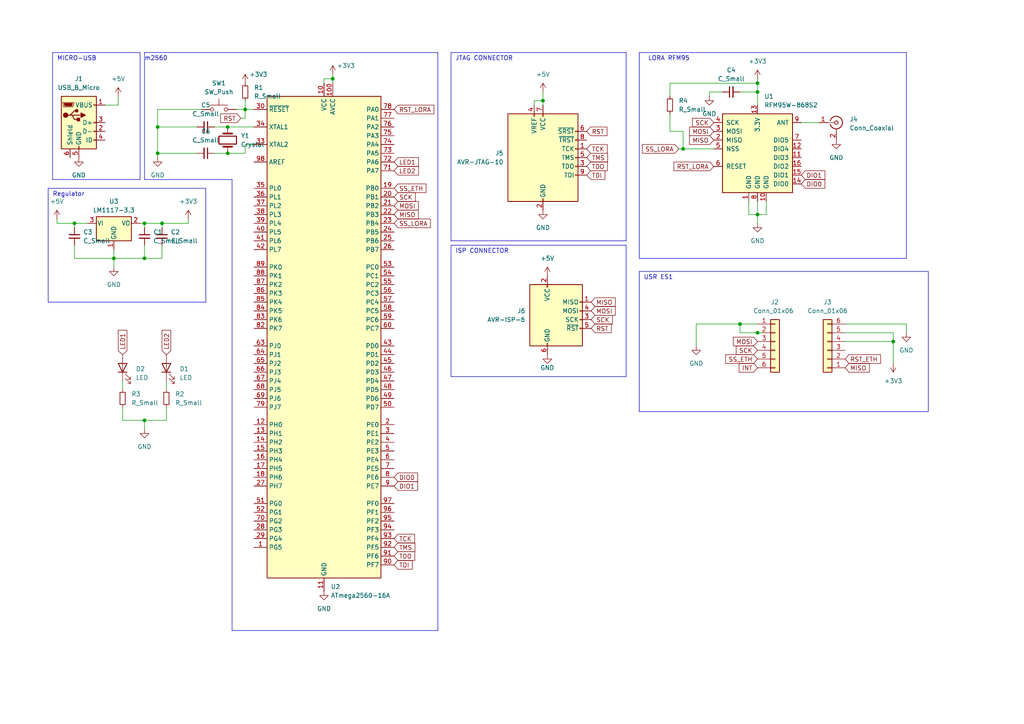
<source format=kicad_sch>
(kicad_sch (version 20230121) (generator eeschema)
  (paper "A4")
  (lib_symbols
    (symbol "Connector:AVR-ISP-6" (pin_names (offset 1.016))
      (property "Reference" "J" (at -6.35 11.43 0))
      (property "Value" "AVR-ISP-6" (at 0 11.43 0))
      (symbol "AVR-ISP-6_0_1"
        (rectangle (start -2.667 -6.858) (end -2.413 -7.62))
        (rectangle (start -2.667 10.16) (end -2.413 9.398))
        (rectangle (start 7.62 -2.413) (end 6.858 -2.667))
        (rectangle (start 7.62 0.127) (end 6.858 -0.127))
        (rectangle (start 7.62 2.667) (end 6.858 2.413))
        (rectangle (start 7.62 5.207) (end 6.858 4.953))
        (rectangle (start 7.62 10.16) (end -7.62 -7.62) (stroke (width 0.254)) (fill (type background)))
      )
      (symbol "AVR-ISP-6_1_1"
        (pin passive line (at 10.16 5.08 180) (length 2.54) (name "MISO") (number "1"))
        (pin passive line (at -2.54 12.7 270) (length 2.54) (name "VCC") (number "2"))
        (pin passive line (at 10.16 0 180) (length 2.54) (name "SCK") (number "3"))
        (pin passive line (at 10.16 2.54 180) (length 2.54) (name "MOSI") (number "4"))
        (pin passive line (at 10.16 -2.54 180) (length 2.54) (name "~{RST}") (number "5"))
        (pin passive line (at -2.54 -10.16 90) (length 2.54) (name "GND") (number "6"))
      )
    )
    (symbol "Connector:AVR-JTAG-10" (pin_names (offset 1.016))
      (property "Reference" "J" (at -8.89 13.97 0))
      (property "Value" "AVR-JTAG-10" (at 1.27 13.97 0))
      (symbol "AVR-JTAG-10_0_1"
        (rectangle (start -2.667 12.7) (end -2.413 11.938))
        (rectangle (start -0.127 -11.938) (end 0.127 -12.7))
        (rectangle (start -0.127 12.7) (end 0.127 11.938))
        (rectangle (start 10.16 -4.953) (end 9.398 -5.207))
        (rectangle (start 10.16 -2.413) (end 9.398 -2.667))
        (rectangle (start 10.16 0.127) (end 9.398 -0.127))
        (rectangle (start 10.16 2.667) (end 9.398 2.413))
        (rectangle (start 10.16 5.207) (end 9.398 4.953))
        (rectangle (start 10.16 7.747) (end 9.398 7.493))
        (rectangle (start 10.16 12.7) (end -10.16 -12.7) (stroke (width 0.254)) (fill (type background)))
      )
      (symbol "AVR-JTAG-10_1_1"
        (pin passive line (at 12.7 2.54 180) (length 2.54) (name "TCK") (number "1"))
        (pin passive line (at 0 -15.24 90) (length 2.54) hide (name "GND") (number "10"))
        (pin passive line (at 0 -15.24 90) (length 2.54) (name "GND") (number "2"))
        (pin passive line (at 12.7 -2.54 180) (length 2.54) (name "TDO") (number "3"))
        (pin passive line (at -2.54 15.24 270) (length 2.54) (name "VREF") (number "4"))
        (pin passive line (at 12.7 0 180) (length 2.54) (name "TMS") (number "5"))
        (pin passive line (at 12.7 7.62 180) (length 2.54) (name "~{SRST}") (number "6"))
        (pin passive line (at 0 15.24 270) (length 2.54) (name "VCC") (number "7"))
        (pin passive line (at 12.7 5.08 180) (length 2.54) (name "~{TRST}") (number "8"))
        (pin passive line (at 12.7 -5.08 180) (length 2.54) (name "TDI") (number "9"))
      )
    )
    (symbol "Connector:Conn_Coaxial" (pin_names (offset 1.016) hide)
      (property "Reference" "J" (at 0.254 3.048 0))
      (property "Value" "Conn_Coaxial" (at 2.921 0 90))
      (symbol "Conn_Coaxial_0_1"
        (arc (start -1.778 -0.508) (mid 0.2311 -1.8066) (end 1.778 0) (stroke (width 0.254)))
        (polyline (pts (xy -2.54 0) (xy -0.508 0)))
        (polyline (pts (xy 0 -2.54) (xy 0 -1.778)))
        (circle (center 0 0) (radius 0.508) (stroke (width 0.2032)))
        (arc (start 1.778 0) (mid 0.2099 1.8101) (end -1.778 0.508) (stroke (width 0.254)))
      )
      (symbol "Conn_Coaxial_1_1"
        (pin passive line (at -5.08 0 0) (length 2.54) (name "In") (number "1"))
        (pin passive line (at 0 -5.08 90) (length 2.54) (name "Ext") (number "2"))
      )
    )
    (symbol "Connector:USB_B_Micro" (pin_names (offset 1.016))
      (property "Reference" "J" (at -5.08 11.43 0))
      (property "Value" "USB_B_Micro" (at -5.08 8.89 0))
      (symbol "USB_B_Micro_0_1"
        (rectangle (start -5.08 -7.62) (end 5.08 7.62) (stroke (width 0.254)) (fill (type background)))
        (circle (center -3.81 2.159) (radius 0.635) (stroke (width 0.254)) (fill (type outline)))
        (circle (center -0.635 3.429) (radius 0.381) (stroke (width 0.254)) (fill (type outline)))
        (rectangle (start -0.127 -7.62) (end 0.127 -6.858))
        (polyline (pts (xy -1.905 2.159) (xy 0.635 2.159)) (stroke (width 0.254)))
        (polyline (pts (xy -3.175 2.159) (xy -2.54 2.159) (xy -1.27 3.429) (xy -0.635 3.429)) (stroke (width 0.254)))
        (polyline (pts (xy -2.54 2.159) (xy -1.905 2.159) (xy -1.27 0.889) (xy 0 0.889)) (stroke (width 0.254)))
        (polyline (pts (xy 0.635 2.794) (xy 0.635 1.524) (xy 1.905 2.159) (xy 0.635 2.794)) (stroke (width 0.254)) (fill (type outline)))
        (polyline (pts (xy -4.318 5.588) (xy -1.778 5.588) (xy -2.032 4.826) (xy -4.064 4.826) (xy -4.318 5.588)) (fill (type outline)))
        (polyline (pts (xy -4.699 5.842) (xy -4.699 5.588) (xy -4.445 4.826) (xy -4.445 4.572) (xy -1.651 4.572) (xy -1.651 4.826) (xy -1.397 5.588) (xy -1.397 5.842) (xy -4.699 5.842)))
        (rectangle (start 0.254 1.27) (end -0.508 0.508) (stroke (width 0.254)) (fill (type outline)))
        (rectangle (start 5.08 -5.207) (end 4.318 -4.953))
        (rectangle (start 5.08 -2.667) (end 4.318 -2.413))
        (rectangle (start 5.08 -0.127) (end 4.318 0.127))
        (rectangle (start 5.08 4.953) (end 4.318 5.207))
      )
      (symbol "USB_B_Micro_1_1"
        (pin power_out line (at 7.62 5.08 180) (length 2.54) (name "VBUS") (number "1"))
        (pin bidirectional line (at 7.62 -2.54 180) (length 2.54) (name "D-") (number "2"))
        (pin bidirectional line (at 7.62 0 180) (length 2.54) (name "D+") (number "3"))
        (pin passive line (at 7.62 -5.08 180) (length 2.54) (name "ID") (number "4"))
        (pin power_out line (at 0 -10.16 90) (length 2.54) (name "GND") (number "5"))
        (pin passive line (at -2.54 -10.16 90) (length 2.54) (name "Shield") (number "6"))
      )
    )
    (symbol "Connector_Generic:Conn_01x06" (pin_names (offset 1.016) hide)
      (property "Reference" "J" (at 0 7.62 0))
      (property "Value" "Conn_01x06" (at 0 -10.16 0))
      (symbol "Conn_01x06_1_1"
        (rectangle (start -1.27 -7.493) (end 0 -7.747) (stroke (width 0.1524)))
        (rectangle (start -1.27 -4.953) (end 0 -5.207) (stroke (width 0.1524)))
        (rectangle (start -1.27 -2.413) (end 0 -2.667) (stroke (width 0.1524)))
        (rectangle (start -1.27 0.127) (end 0 -0.127) (stroke (width 0.1524)))
        (rectangle (start -1.27 2.667) (end 0 2.413) (stroke (width 0.1524)))
        (rectangle (start -1.27 5.207) (end 0 4.953) (stroke (width 0.1524)))
        (rectangle (start -1.27 6.35) (end 1.27 -8.89) (stroke (width 0.254)) (fill (type background)))
        (pin passive line (at -5.08 5.08 0) (length 3.81) (name "Pin_1") (number "1"))
        (pin passive line (at -5.08 2.54 0) (length 3.81) (name "Pin_2") (number "2"))
        (pin passive line (at -5.08 0 0) (length 3.81) (name "Pin_3") (number "3"))
        (pin passive line (at -5.08 -2.54 0) (length 3.81) (name "Pin_4") (number "4"))
        (pin passive line (at -5.08 -5.08 0) (length 3.81) (name "Pin_5") (number "5"))
        (pin passive line (at -5.08 -7.62 0) (length 3.81) (name "Pin_6") (number "6"))
      )
    )
    (symbol "Device:C_Small" (pin_numbers hide) (pin_names (offset 0.254) hide)
      (property "Reference" "C" (at 0.254 1.778 0))
      (property "Value" "C_Small" (at 0.254 -2.032 0))
      (symbol "C_Small_0_1"
        (polyline (pts (xy -1.524 -0.508) (xy 1.524 -0.508)) (stroke (width 0.3302)))
        (polyline (pts (xy -1.524 0.508) (xy 1.524 0.508)) (stroke (width 0.3048)))
      )
      (symbol "C_Small_1_1"
        (pin passive line (at 0 2.54 270) (length 2.032) (name "~") (number "1"))
        (pin passive line (at 0 -2.54 90) (length 2.032) (name "~") (number "2"))
      )
    )
    (symbol "Device:Crystal" (pin_numbers hide) (pin_names (offset 1.016) hide)
      (property "Reference" "Y" (at 0 3.81 0))
      (property "Value" "Crystal" (at 0 -3.81 0))
      (symbol "Crystal_0_1"
        (rectangle (start -1.143 2.54) (end 1.143 -2.54) (stroke (width 0.3048)))
        (polyline (pts (xy -2.54 0) (xy -1.905 0)))
        (polyline (pts (xy -1.905 -1.27) (xy -1.905 1.27)) (stroke (width 0.508)))
        (polyline (pts (xy 1.905 -1.27) (xy 1.905 1.27)) (stroke (width 0.508)))
        (polyline (pts (xy 2.54 0) (xy 1.905 0)))
      )
      (symbol "Crystal_1_1"
        (pin passive line (at -3.81 0 0) (length 1.27) (name "1") (number "1"))
        (pin passive line (at 3.81 0 180) (length 1.27) (name "2") (number "2"))
      )
    )
    (symbol "Device:LED" (pin_numbers hide) (pin_names (offset 1.016) hide)
      (property "Reference" "D" (at 0 2.54 0))
      (property "Value" "LED" (at 0 -2.54 0))
      (symbol "LED_0_1"
        (polyline (pts (xy -1.27 -1.27) (xy -1.27 1.27)) (stroke (width 0.254)))
        (polyline (pts (xy -1.27 0) (xy 1.27 0)))
        (polyline (pts (xy 1.27 -1.27) (xy 1.27 1.27) (xy -1.27 0) (xy 1.27 -1.27)) (stroke (width 0.254)))
        (polyline (pts (xy -3.048 -0.762) (xy -4.572 -2.286) (xy -3.81 -2.286) (xy -4.572 -2.286) (xy -4.572 -1.524)))
        (polyline (pts (xy -1.778 -0.762) (xy -3.302 -2.286) (xy -2.54 -2.286) (xy -3.302 -2.286) (xy -3.302 -1.524)))
      )
      (symbol "LED_1_1"
        (pin passive line (at -3.81 0 0) (length 2.54) (name "K") (number "1"))
        (pin passive line (at 3.81 0 180) (length 2.54) (name "A") (number "2"))
      )
    )
    (symbol "Device:R_Small" (pin_numbers hide) (pin_names (offset 0.254) hide)
      (property "Reference" "R" (at 0.762 0.508 0))
      (property "Value" "R_Small" (at 0.762 -1.016 0))
      (symbol "R_Small_0_1"
        (rectangle (start -0.762 1.778) (end 0.762 -1.778) (stroke (width 0.2032)))
      )
      (symbol "R_Small_1_1"
        (pin passive line (at 0 2.54 270) (length 0.762) (name "~") (number "1"))
        (pin passive line (at 0 -2.54 90) (length 0.762) (name "~") (number "2"))
      )
    )
    (symbol "GND_1" (power) (pin_names (offset 0))
      (property "Value" "GND_1" (at 0 -3.81 0))
      (symbol "GND_1_0_1"
        (polyline (pts (xy 0 0) (xy 0 -1.27) (xy 1.27 -1.27) (xy 0 -2.54) (xy -1.27 -1.27) (xy 0 -1.27)))
      )
      (symbol "GND_1_1_1"
        (pin power_in line (at 0 0 270) (length 0) hide (name "GND") (number "1"))
      )
    )
    (symbol "MCU_Microchip_ATmega:ATmega2560-16A"
      (property "Reference" "U" (at 0 1.27 0))
      (property "Value" "ATmega2560-16A" (at 0 -1.27 0))
      (symbol "ATmega2560-16A_0_1"
        (rectangle (start -16.51 -69.85) (end 16.51 69.85) (stroke (width 0.254)) (fill (type background)))
      )
      (symbol "ATmega2560-16A_1_1"
        (pin bidirectional line (at -20.32 -60.96 0) (length 3.81) (name "PG5") (number "1"))
        (pin power_in line (at 0 73.66 270) (length 3.81) (name "VCC") (number "10"))
        (pin power_in line (at 2.54 73.66 270) (length 3.81) (name "AVCC") (number "100"))
        (pin power_in line (at 0 -73.66 90) (length 3.81) (name "GND") (number "11"))
        (pin bidirectional line (at -20.32 -25.4 0) (length 3.81) (name "PH0") (number "12"))
        (pin bidirectional line (at -20.32 -27.94 0) (length 3.81) (name "PH1") (number "13"))
        (pin bidirectional line (at -20.32 -30.48 0) (length 3.81) (name "PH2") (number "14"))
        (pin bidirectional line (at -20.32 -33.02 0) (length 3.81) (name "PH3") (number "15"))
        (pin bidirectional line (at -20.32 -35.56 0) (length 3.81) (name "PH4") (number "16"))
        (pin bidirectional line (at -20.32 -38.1 0) (length 3.81) (name "PH5") (number "17"))
        (pin bidirectional line (at -20.32 -40.64 0) (length 3.81) (name "PH6") (number "18"))
        (pin bidirectional line (at 20.32 43.18 180) (length 3.81) (name "PB0") (number "19"))
        (pin bidirectional line (at 20.32 -25.4 180) (length 3.81) (name "PE0") (number "2"))
        (pin bidirectional line (at 20.32 40.64 180) (length 3.81) (name "PB1") (number "20"))
        (pin bidirectional line (at 20.32 38.1 180) (length 3.81) (name "PB2") (number "21"))
        (pin bidirectional line (at 20.32 35.56 180) (length 3.81) (name "PB3") (number "22"))
        (pin bidirectional line (at 20.32 33.02 180) (length 3.81) (name "PB4") (number "23"))
        (pin bidirectional line (at 20.32 30.48 180) (length 3.81) (name "PB5") (number "24"))
        (pin bidirectional line (at 20.32 27.94 180) (length 3.81) (name "PB6") (number "25"))
        (pin bidirectional line (at 20.32 25.4 180) (length 3.81) (name "PB7") (number "26"))
        (pin bidirectional line (at -20.32 -43.18 0) (length 3.81) (name "PH7") (number "27"))
        (pin bidirectional line (at -20.32 -55.88 0) (length 3.81) (name "PG3") (number "28"))
        (pin bidirectional line (at -20.32 -58.42 0) (length 3.81) (name "PG4") (number "29"))
        (pin bidirectional line (at 20.32 -27.94 180) (length 3.81) (name "PE1") (number "3"))
        (pin input line (at -20.32 66.04 0) (length 3.81) (name "~{RESET}") (number "30"))
        (pin passive line (at 0 73.66 270) (length 3.81) hide (name "VCC") (number "31"))
        (pin passive line (at 0 -73.66 90) (length 3.81) hide (name "GND") (number "32"))
        (pin output line (at -20.32 55.88 0) (length 3.81) (name "XTAL2") (number "33"))
        (pin input line (at -20.32 60.96 0) (length 3.81) (name "XTAL1") (number "34"))
        (pin bidirectional line (at -20.32 43.18 0) (length 3.81) (name "PL0") (number "35"))
        (pin bidirectional line (at -20.32 40.64 0) (length 3.81) (name "PL1") (number "36"))
        (pin bidirectional line (at -20.32 38.1 0) (length 3.81) (name "PL2") (number "37"))
        (pin bidirectional line (at -20.32 35.56 0) (length 3.81) (name "PL3") (number "38"))
        (pin bidirectional line (at -20.32 33.02 0) (length 3.81) (name "PL4") (number "39"))
        (pin bidirectional line (at 20.32 -30.48 180) (length 3.81) (name "PE2") (number "4"))
        (pin bidirectional line (at -20.32 30.48 0) (length 3.81) (name "PL5") (number "40"))
        (pin bidirectional line (at -20.32 27.94 0) (length 3.81) (name "PL6") (number "41"))
        (pin bidirectional line (at -20.32 25.4 0) (length 3.81) (name "PL7") (number "42"))
        (pin bidirectional line (at 20.32 -2.54 180) (length 3.81) (name "PD0") (number "43"))
        (pin bidirectional line (at 20.32 -5.08 180) (length 3.81) (name "PD1") (number "44"))
        (pin bidirectional line (at 20.32 -7.62 180) (length 3.81) (name "PD2") (number "45"))
        (pin bidirectional line (at 20.32 -10.16 180) (length 3.81) (name "PD3") (number "46"))
        (pin bidirectional line (at 20.32 -12.7 180) (length 3.81) (name "PD4") (number "47"))
        (pin bidirectional line (at 20.32 -15.24 180) (length 3.81) (name "PD5") (number "48"))
        (pin bidirectional line (at 20.32 -17.78 180) (length 3.81) (name "PD6") (number "49"))
        (pin bidirectional line (at 20.32 -33.02 180) (length 3.81) (name "PE3") (number "5"))
        (pin bidirectional line (at 20.32 -20.32 180) (length 3.81) (name "PD7") (number "50"))
        (pin bidirectional line (at -20.32 -48.26 0) (length 3.81) (name "PG0") (number "51"))
        (pin bidirectional line (at -20.32 -50.8 0) (length 3.81) (name "PG1") (number "52"))
        (pin bidirectional line (at 20.32 20.32 180) (length 3.81) (name "PC0") (number "53"))
        (pin bidirectional line (at 20.32 17.78 180) (length 3.81) (name "PC1") (number "54"))
        (pin bidirectional line (at 20.32 15.24 180) (length 3.81) (name "PC2") (number "55"))
        (pin bidirectional line (at 20.32 12.7 180) (length 3.81) (name "PC3") (number "56"))
        (pin bidirectional line (at 20.32 10.16 180) (length 3.81) (name "PC4") (number "57"))
        (pin bidirectional line (at 20.32 7.62 180) (length 3.81) (name "PC5") (number "58"))
        (pin bidirectional line (at 20.32 5.08 180) (length 3.81) (name "PC6") (number "59"))
        (pin bidirectional line (at 20.32 -35.56 180) (length 3.81) (name "PE4") (number "6"))
        (pin bidirectional line (at 20.32 2.54 180) (length 3.81) (name "PC7") (number "60"))
        (pin passive line (at 0 73.66 270) (length 3.81) hide (name "VCC") (number "61"))
        (pin passive line (at 0 -73.66 90) (length 3.81) hide (name "GND") (number "62"))
        (pin bidirectional line (at -20.32 -2.54 0) (length 3.81) (name "PJ0") (number "63"))
        (pin bidirectional line (at -20.32 -5.08 0) (length 3.81) (name "PJ1") (number "64"))
        (pin bidirectional line (at -20.32 -7.62 0) (length 3.81) (name "PJ2") (number "65"))
        (pin bidirectional line (at -20.32 -10.16 0) (length 3.81) (name "PJ3") (number "66"))
        (pin bidirectional line (at -20.32 -12.7 0) (length 3.81) (name "PJ4") (number "67"))
        (pin bidirectional line (at -20.32 -15.24 0) (length 3.81) (name "PJ5") (number "68"))
        (pin bidirectional line (at -20.32 -17.78 0) (length 3.81) (name "PJ6") (number "69"))
        (pin bidirectional line (at 20.32 -38.1 180) (length 3.81) (name "PE5") (number "7"))
        (pin bidirectional line (at -20.32 -53.34 0) (length 3.81) (name "PG2") (number "70"))
        (pin bidirectional line (at 20.32 48.26 180) (length 3.81) (name "PA7") (number "71"))
        (pin bidirectional line (at 20.32 50.8 180) (length 3.81) (name "PA6") (number "72"))
        (pin bidirectional line (at 20.32 53.34 180) (length 3.81) (name "PA5") (number "73"))
        (pin bidirectional line (at 20.32 55.88 180) (length 3.81) (name "PA4") (number "74"))
        (pin bidirectional line (at 20.32 58.42 180) (length 3.81) (name "PA3") (number "75"))
        (pin bidirectional line (at 20.32 60.96 180) (length 3.81) (name "PA2") (number "76"))
        (pin bidirectional line (at 20.32 63.5 180) (length 3.81) (name "PA1") (number "77"))
        (pin bidirectional line (at 20.32 66.04 180) (length 3.81) (name "PA0") (number "78"))
        (pin bidirectional line (at -20.32 -20.32 0) (length 3.81) (name "PJ7") (number "79"))
        (pin bidirectional line (at 20.32 -40.64 180) (length 3.81) (name "PE6") (number "8"))
        (pin passive line (at 0 73.66 270) (length 3.81) hide (name "VCC") (number "80"))
        (pin passive line (at 0 -73.66 90) (length 3.81) hide (name "GND") (number "81"))
        (pin bidirectional line (at -20.32 2.54 0) (length 3.81) (name "PK7") (number "82"))
        (pin bidirectional line (at -20.32 5.08 0) (length 3.81) (name "PK6") (number "83"))
        (pin bidirectional line (at -20.32 7.62 0) (length 3.81) (name "PK5") (number "84"))
        (pin bidirectional line (at -20.32 10.16 0) (length 3.81) (name "PK4") (number "85"))
        (pin bidirectional line (at -20.32 12.7 0) (length 3.81) (name "PK3") (number "86"))
        (pin bidirectional line (at -20.32 15.24 0) (length 3.81) (name "PK2") (number "87"))
        (pin bidirectional line (at -20.32 17.78 0) (length 3.81) (name "PK1") (number "88"))
        (pin bidirectional line (at -20.32 20.32 0) (length 3.81) (name "PK0") (number "89"))
        (pin bidirectional line (at 20.32 -43.18 180) (length 3.81) (name "PE7") (number "9"))
        (pin bidirectional line (at 20.32 -66.04 180) (length 3.81) (name "PF7") (number "90"))
        (pin bidirectional line (at 20.32 -63.5 180) (length 3.81) (name "PF6") (number "91"))
        (pin bidirectional line (at 20.32 -60.96 180) (length 3.81) (name "PF5") (number "92"))
        (pin bidirectional line (at 20.32 -58.42 180) (length 3.81) (name "PF4") (number "93"))
        (pin bidirectional line (at 20.32 -55.88 180) (length 3.81) (name "PF3") (number "94"))
        (pin bidirectional line (at 20.32 -53.34 180) (length 3.81) (name "PF2") (number "95"))
        (pin bidirectional line (at 20.32 -50.8 180) (length 3.81) (name "PF1") (number "96"))
        (pin bidirectional line (at 20.32 -48.26 180) (length 3.81) (name "PF0") (number "97"))
        (pin passive line (at -20.32 50.8 0) (length 3.81) (name "AREF") (number "98"))
        (pin passive line (at 0 -73.66 90) (length 3.81) hide (name "GND") (number "99"))
      )
    )
    (symbol "RF_Module:RFM95W-868S2" (pin_names (offset 1.016))
      (property "Reference" "U" (at -10.414 11.684 0))
      (property "Value" "RFM95W-868S2" (at 1.524 11.43 0))
      (symbol "RFM95W-868S2_0_1"
        (rectangle (start -10.16 10.16) (end 10.16 -12.7) (stroke (width 0.254)) (fill (type background)))
      )
      (symbol "RFM95W-868S2_1_1"
        (pin power_in line (at -2.54 -15.24 90) (length 2.54) (name "GND") (number "1"))
        (pin power_in line (at 2.54 -15.24 90) (length 2.54) (name "GND") (number "10"))
        (pin bidirectional line (at 12.7 -2.54 180) (length 2.54) (name "DIO3") (number "11"))
        (pin bidirectional line (at 12.7 0 180) (length 2.54) (name "DIO4") (number "12"))
        (pin power_in line (at 0 12.7 270) (length 2.54) (name "3.3V") (number "13"))
        (pin bidirectional line (at 12.7 -10.16 180) (length 2.54) (name "DIO0") (number "14"))
        (pin bidirectional line (at 12.7 -7.62 180) (length 2.54) (name "DIO1") (number "15"))
        (pin bidirectional line (at 12.7 -5.08 180) (length 2.54) (name "DIO2") (number "16"))
        (pin output line (at -12.7 2.54 0) (length 2.54) (name "MISO") (number "2"))
        (pin input line (at -12.7 5.08 0) (length 2.54) (name "MOSI") (number "3"))
        (pin input line (at -12.7 7.62 0) (length 2.54) (name "SCK") (number "4"))
        (pin input line (at -12.7 0 0) (length 2.54) (name "NSS") (number "5"))
        (pin bidirectional line (at -12.7 -5.08 0) (length 2.54) (name "RESET") (number "6"))
        (pin bidirectional line (at 12.7 2.54 180) (length 2.54) (name "DIO5") (number "7"))
        (pin power_in line (at 0 -15.24 90) (length 2.54) (name "GND") (number "8"))
        (pin bidirectional line (at 12.7 7.62 180) (length 2.54) (name "ANT") (number "9"))
      )
    )
    (symbol "Regulator_Linear:LM1117-3.3" (pin_names (offset 0.254))
      (property "Reference" "U" (at -3.81 3.175 0))
      (property "Value" "LM1117-3.3" (at 0 3.175 0))
      (symbol "LM1117-3.3_0_1"
        (rectangle (start -5.08 -5.08) (end 5.08 1.905) (stroke (width 0.254)) (fill (type background)))
      )
      (symbol "LM1117-3.3_1_1"
        (pin power_in line (at 0 -7.62 90) (length 2.54) (name "GND") (number "1"))
        (pin power_out line (at 7.62 0 180) (length 2.54) (name "VO") (number "2"))
        (pin power_in line (at -7.62 0 0) (length 2.54) (name "VI") (number "3"))
      )
    )
    (symbol "Switch:SW_Push" (pin_numbers hide) (pin_names (offset 1.016) hide)
      (property "Reference" "SW" (at 1.27 2.54 0))
      (property "Value" "SW_Push" (at 0 -1.524 0))
      (symbol "SW_Push_0_1"
        (circle (center -2.032 0) (radius 0.508))
        (polyline (pts (xy 0 1.27) (xy 0 3.048)))
        (polyline (pts (xy 2.54 1.27) (xy -2.54 1.27)))
        (circle (center 2.032 0) (radius 0.508))
        (pin passive line (at -5.08 0 0) (length 2.54) (name "1") (number "1"))
        (pin passive line (at 5.08 0 180) (length 2.54) (name "2") (number "2"))
      )
    )
    (symbol "power:+3V3" (power) (pin_names (offset 0))
      (property "Value" "+3V3" (at 0 3.556 0))
      (symbol "+3V3_0_1"
        (polyline (pts (xy -0.762 1.27) (xy 0 2.54)))
        (polyline (pts (xy 0 0) (xy 0 2.54)))
        (polyline (pts (xy 0 2.54) (xy 0.762 1.27)))
      )
      (symbol "+3V3_1_1"
        (pin power_in line (at 0 0 90) (length 0) hide (name "+3V3") (number "1"))
      )
    )
    (symbol "power:+5V" (power) (pin_names (offset 0))
      (property "Value" "+5V" (at 0 3.556 0))
      (symbol "+5V_0_1"
        (polyline (pts (xy -0.762 1.27) (xy 0 2.54)))
        (polyline (pts (xy 0 0) (xy 0 2.54)))
        (polyline (pts (xy 0 2.54) (xy 0.762 1.27)))
      )
      (symbol "+5V_1_1"
        (pin power_in line (at 0 0 90) (length 0) hide (name "+5V") (number "1"))
      )
    )
    (symbol "power:GND" (power) (pin_names (offset 0))
      (property "Value" "GND" (at 0 -3.81 0))
      (symbol "GND_0_1"
        (polyline (pts (xy 0 0) (xy 0 -1.27) (xy 1.27 -1.27) (xy 0 -2.54) (xy -1.27 -1.27) (xy 0 -1.27)))
      )
      (symbol "GND_1_1"
        (pin power_in line (at 0 0 270) (length 0) hide (name "GND") (number "1"))
      )
    )
  )
  (junction (at 157.48 29.21))
  (junction (at 71.12 31.75))
  (junction (at 66.04 36.83))
  (junction (at 41.91 74.93))
  (junction (at 219.71 26.67))
  (junction (at 214.63 93.98))
  (junction (at 45.72 44.45))
  (junction (at 45.72 36.83))
  (junction (at 219.71 24.13))
  (junction (at 66.04 44.45))
  (junction (at 33.02 74.93))
  (junction (at 219.71 62.23))
  (junction (at 219.71 96.52))
  (junction (at 96.52 22.86))
  (junction (at 198.12 43.18))
  (junction (at 259.08 99.06))
  (junction (at 46.99 64.77))
  (junction (at 41.91 64.77))
  (junction (at 21.59 64.77))
  (junction (at 41.91 121.92))
  (wire (pts (xy 48.26 110.49) (xy 48.26 113.03)))
  (wire (pts (xy 96.52 21.59) (xy 96.52 22.86)))
  (polyline (pts (xy 269.24 119.38) (xy 185.42 119.38)))
  (wire (pts (xy 219.71 62.23) (xy 222.25 62.23)))
  (wire (pts (xy 214.63 93.98) (xy 201.93 93.98)))
  (polyline (pts (xy 130.81 71.12) (xy 181.61 71.12)))
  (wire (pts (xy 41.91 121.92) (xy 48.26 121.92)))
  (wire (pts (xy 209.55 26.67) (xy 205.74 26.67)))
  (wire (pts (xy 46.99 71.12) (xy 46.99 74.93)))
  (wire (pts (xy 45.72 36.83) (xy 45.72 44.45)))
  (wire (pts (xy 154.94 30.48) (xy 154.94 29.21)))
  (polyline (pts (xy 13.97 87.63) (xy 59.69 87.63)))
  (wire (pts (xy 93.98 24.13) (xy 93.98 22.86)))
  (wire (pts (xy 245.11 96.52) (xy 259.08 96.52)))
  (wire (pts (xy 222.25 58.42) (xy 222.25 62.23)))
  (wire (pts (xy 33.02 72.39) (xy 33.02 74.93)))
  (wire (pts (xy 96.52 22.86) (xy 96.52 24.13)))
  (polyline (pts (xy 269.24 78.74) (xy 269.24 119.38)))
  (wire (pts (xy 219.71 93.98) (xy 214.63 93.98)))
  (wire (pts (xy 259.08 99.06) (xy 259.08 105.41)))
  (wire (pts (xy 16.51 64.77) (xy 21.59 64.77)))
  (wire (pts (xy 21.59 71.12) (xy 21.59 74.93)))
  (polyline (pts (xy 185.42 74.93) (xy 199.39 74.93)))
  (wire (pts (xy 198.12 43.18) (xy 207.01 43.18)))
  (polyline (pts (xy 13.97 54.61) (xy 13.97 87.63)))
  (wire (pts (xy 35.56 121.92) (xy 35.56 118.11)))
  (wire (pts (xy 16.51 63.5) (xy 16.51 64.77)))
  (polyline (pts (xy 130.81 15.24) (xy 130.81 69.85)))
  (wire (pts (xy 41.91 64.77) (xy 41.91 66.04)))
  (wire (pts (xy 201.93 93.98) (xy 201.93 100.33)))
  (polyline (pts (xy 59.69 54.61) (xy 13.97 54.61)))
  (wire (pts (xy 40.64 64.77) (xy 41.91 64.77)))
  (polyline (pts (xy 67.31 182.88) (xy 127 182.88)))
  (wire (pts (xy 41.91 124.46) (xy 41.91 121.92)))
  (wire (pts (xy 45.72 31.75) (xy 45.72 36.83)))
  (wire (pts (xy 194.31 33.02) (xy 194.31 38.1)))
  (wire (pts (xy 219.71 96.52) (xy 220.98 96.52)))
  (wire (pts (xy 205.74 26.67) (xy 205.74 27.94)))
  (wire (pts (xy 35.56 110.49) (xy 35.56 113.03)))
  (polyline (pts (xy 40.64 15.24) (xy 15.24 15.24)))
  (wire (pts (xy 245.11 93.98) (xy 262.89 93.98)))
  (polyline (pts (xy 185.42 78.74) (xy 269.24 78.74)))
  (wire (pts (xy 214.63 96.52) (xy 219.71 96.52)))
  (wire (pts (xy 66.04 36.83) (xy 73.66 36.83)))
  (wire (pts (xy 21.59 64.77) (xy 21.59 66.04)))
  (polyline (pts (xy 127 182.88) (xy 127 15.24)))
  (wire (pts (xy 194.31 24.13) (xy 219.71 24.13)))
  (wire (pts (xy 219.71 62.23) (xy 219.71 64.77)))
  (wire (pts (xy 71.12 31.75) (xy 71.12 34.29)))
  (polyline (pts (xy 181.61 69.85) (xy 181.61 15.24)))
  (polyline (pts (xy 181.61 71.12) (xy 181.61 109.22)))
  (wire (pts (xy 41.91 64.77) (xy 46.99 64.77)))
  (wire (pts (xy 46.99 64.77) (xy 46.99 66.04)))
  (wire (pts (xy 194.31 27.94) (xy 194.31 24.13)))
  (polyline (pts (xy 67.31 52.07) (xy 67.31 182.88)))
  (wire (pts (xy 154.94 29.21) (xy 157.48 29.21)))
  (wire (pts (xy 41.91 74.93) (xy 33.02 74.93)))
  (wire (pts (xy 93.98 22.86) (xy 96.52 22.86)))
  (wire (pts (xy 69.85 34.29) (xy 71.12 34.29)))
  (wire (pts (xy 41.91 121.92) (xy 35.56 121.92)))
  (polyline (pts (xy 262.89 74.93) (xy 262.89 15.24)))
  (wire (pts (xy 45.72 36.83) (xy 57.15 36.83)))
  (wire (pts (xy 54.61 63.5) (xy 54.61 64.77)))
  (wire (pts (xy 34.29 30.48) (xy 34.29 27.94)))
  (wire (pts (xy 157.48 26.67) (xy 157.48 29.21)))
  (wire (pts (xy 21.59 64.77) (xy 25.4 64.77)))
  (wire (pts (xy 219.71 24.13) (xy 219.71 26.67)))
  (wire (pts (xy 219.71 58.42) (xy 219.71 62.23)))
  (wire (pts (xy 219.71 26.67) (xy 219.71 30.48)))
  (wire (pts (xy 217.17 58.42) (xy 217.17 62.23)))
  (wire (pts (xy 46.99 64.77) (xy 54.61 64.77)))
  (wire (pts (xy 71.12 31.75) (xy 73.66 31.75)))
  (wire (pts (xy 62.23 44.45) (xy 66.04 44.45)))
  (wire (pts (xy 71.12 41.91) (xy 71.12 44.45)))
  (polyline (pts (xy 181.61 109.22) (xy 130.81 109.22)))
  (polyline (pts (xy 40.64 52.07) (xy 40.64 15.24)))
  (wire (pts (xy 157.48 29.21) (xy 157.48 30.48)))
  (wire (pts (xy 232.41 35.56) (xy 237.49 35.56)))
  (wire (pts (xy 33.02 74.93) (xy 33.02 77.47)))
  (polyline (pts (xy 130.81 71.12) (xy 130.81 109.22)))
  (polyline (pts (xy 130.81 69.85) (xy 181.61 69.85)))
  (wire (pts (xy 58.42 31.75) (xy 45.72 31.75)))
  (wire (pts (xy 45.72 44.45) (xy 57.15 44.45)))
  (polyline (pts (xy 185.42 78.74) (xy 185.42 119.38)))
  (wire (pts (xy 217.17 62.23) (xy 219.71 62.23)))
  (wire (pts (xy 45.72 44.45) (xy 45.72 45.72)))
  (polyline (pts (xy 15.24 15.24) (xy 15.24 52.07)))
  (wire (pts (xy 198.12 38.1) (xy 198.12 43.18)))
  (wire (pts (xy 46.99 74.93) (xy 41.91 74.93)))
  (polyline (pts (xy 41.91 52.07) (xy 67.31 52.07)))
  (wire (pts (xy 214.63 26.67) (xy 219.71 26.67)))
  (wire (pts (xy 30.48 30.48) (xy 34.29 30.48)))
  (polyline (pts (xy 199.39 74.93) (xy 262.89 74.93)))
  (wire (pts (xy 262.89 93.98) (xy 262.89 96.52)))
  (wire (pts (xy 194.31 38.1) (xy 198.12 38.1)))
  (polyline (pts (xy 15.24 52.07) (xy 40.64 52.07)))
  (wire (pts (xy 21.59 74.93) (xy 33.02 74.93)))
  (wire (pts (xy 245.11 99.06) (xy 259.08 99.06)))
  (wire (pts (xy 41.91 71.12) (xy 41.91 74.93)))
  (polyline (pts (xy 59.69 81.28) (xy 59.69 54.61)))
  (wire (pts (xy 68.58 31.75) (xy 71.12 31.75)))
  (wire (pts (xy 219.71 22.86) (xy 219.71 24.13)))
  (polyline (pts (xy 262.89 15.24) (xy 185.42 15.24)))
  (polyline (pts (xy 181.61 15.24) (xy 130.81 15.24)))
  (wire (pts (xy 196.85 43.18) (xy 198.12 43.18)))
  (polyline (pts (xy 127 15.24) (xy 41.91 15.24)))
  (wire (pts (xy 71.12 29.21) (xy 71.12 31.75)))
  (polyline (pts (xy 59.69 81.28) (xy 59.69 87.63)))
  (wire (pts (xy 259.08 96.52) (xy 259.08 99.06)))
  (polyline (pts (xy 185.42 15.24) (xy 185.42 74.93)))
  (wire (pts (xy 62.23 36.83) (xy 66.04 36.83)))
  (polyline (pts (xy 41.91 15.24) (xy 41.91 52.07)))
  (wire (pts (xy 71.12 44.45) (xy 66.04 44.45)))
  (wire (pts (xy 214.63 96.52) (xy 214.63 93.98)))
  (wire (pts (xy 48.26 118.11) (xy 48.26 121.92)))
  (wire (pts (xy 73.66 41.91) (xy 71.12 41.91)))
  (text "USR ES1" (at 186.69 81.28 0) (effects (font (size 1.27 1.27)) (justify left bottom)))
  (text "Regulator" (at 15.24 57.15 0) (effects (font (size 1.27 1.27)) (justify left bottom)))
  (text "ISP CONNECTOR" (at 132.08 73.66 0) (effects (font (size 1.27 1.27)) (justify left bottom)))
  (text "MICRO-USB" (at 16.51 17.78 0) (effects (font (size 1.27 1.27)) (justify left bottom)))
  (text "m2560" (at 41.91 17.78 0) (effects (font (size 1.27 1.27)) (justify left bottom)))
  (text "LORA RFM95" (at 187.96 17.78 0) (effects (font (size 1.27 1.27)) (justify left bottom)))
  (text "JTAG CONNECTOR" (at 132.08 17.78 0) (effects (font (size 1.27 1.27)) (justify left bottom)))
  (global_label "RST_LORA" (shape input) (at 207.01 48.26 180) (property "Intersheetrefs" "${INTERSHEET_REFS}" (effects hide)))
  (global_label "TDO" (shape input) (at 114.3 161.29 0) (property "Intersheetrefs" "${INTERSHEET_REFS}" (effects hide)))
  (global_label "MOSI" (shape input) (at 171.45 90.17 0) (property "Intersheetrefs" "${INTERSHEET_REFS}" (effects hide)))
  (global_label "SS_ETH" (shape input) (at 219.71 104.14 180) (property "Intersheetrefs" "${INTERSHEET_REFS}" (effects hide)))
  (global_label "MISO" (shape input) (at 245.11 106.68 0) (property "Intersheetrefs" "${INTERSHEET_REFS}" (effects hide)))
  (global_label "TCK" (shape input) (at 170.18 43.18 0) (property "Intersheetrefs" "${INTERSHEET_REFS}" (effects hide)))
  (global_label "TMS" (shape input) (at 170.18 45.72 0) (property "Intersheetrefs" "${INTERSHEET_REFS}" (effects hide)))
  (global_label "LED2" (shape input) (at 114.3 49.53 0) (property "Intersheetrefs" "${INTERSHEET_REFS}" (effects hide)))
  (global_label "TDI" (shape input) (at 170.18 50.8 0) (property "Intersheetrefs" "${INTERSHEET_REFS}" (effects hide)))
  (global_label "DIO0" (shape input) (at 114.3 138.43 0) (property "Intersheetrefs" "${INTERSHEET_REFS}" (effects hide)))
  (global_label "SCK" (shape input) (at 171.45 92.71 0) (property "Intersheetrefs" "${INTERSHEET_REFS}" (effects hide)))
  (global_label "DIO1" (shape input) (at 232.41 50.8 0) (property "Intersheetrefs" "${INTERSHEET_REFS}" (effects hide)))
  (global_label "RST_LORA" (shape input) (at 114.3 31.75 0) (property "Intersheetrefs" "${INTERSHEET_REFS}" (effects hide)))
  (global_label "LED2" (shape input) (at 48.26 102.87 90) (property "Intersheetrefs" "${INTERSHEET_REFS}" (effects hide)))
  (global_label "RST" (shape input) (at 69.85 34.29 180) (property "Intersheetrefs" "${INTERSHEET_REFS}" (effects hide)))
  (global_label "MOSI" (shape input) (at 207.01 38.1 180) (property "Intersheetrefs" "${INTERSHEET_REFS}" (effects hide)))
  (global_label "SS_LORA" (shape input) (at 196.85 43.18 180) (property "Intersheetrefs" "${INTERSHEET_REFS}" (effects hide)))
  (global_label "RST_ETH" (shape input) (at 245.11 104.14 0) (property "Intersheetrefs" "${INTERSHEET_REFS}" (effects hide)))
  (global_label "SCK" (shape input) (at 207.01 35.56 180) (property "Intersheetrefs" "${INTERSHEET_REFS}" (effects hide)))
  (global_label "TDI" (shape input) (at 114.3 163.83 0) (property "Intersheetrefs" "${INTERSHEET_REFS}" (effects hide)))
  (global_label "TMS" (shape input) (at 114.3 158.75 0) (property "Intersheetrefs" "${INTERSHEET_REFS}" (effects hide)))
  (global_label "SCK" (shape input) (at 114.3 57.15 0) (property "Intersheetrefs" "${INTERSHEET_REFS}" (effects hide)))
  (global_label "MISO" (shape input) (at 207.01 40.64 180) (property "Intersheetrefs" "${INTERSHEET_REFS}" (effects hide)))
  (global_label "TCK" (shape input) (at 114.3 156.21 0) (property "Intersheetrefs" "${INTERSHEET_REFS}" (effects hide)))
  (global_label "LED1" (shape input) (at 35.56 102.87 90) (property "Intersheetrefs" "${INTERSHEET_REFS}" (effects hide)))
  (global_label "MISO" (shape input) (at 114.3 62.23 0) (property "Intersheetrefs" "${INTERSHEET_REFS}" (effects hide)))
  (global_label "SS_ETH" (shape input) (at 114.3 54.61 0) (property "Intersheetrefs" "${INTERSHEET_REFS}" (effects hide)))
  (global_label "LED1" (shape input) (at 114.3 46.99 0) (property "Intersheetrefs" "${INTERSHEET_REFS}" (effects hide)))
  (global_label "INT" (shape input) (at 219.71 106.68 180) (property "Intersheetrefs" "${INTERSHEET_REFS}" (effects hide)))
  (global_label "DIO0" (shape input) (at 232.41 53.34 0) (property "Intersheetrefs" "${INTERSHEET_REFS}" (effects hide)))
  (global_label "MOSI" (shape input) (at 114.3 59.69 0) (property "Intersheetrefs" "${INTERSHEET_REFS}" (effects hide)))
  (global_label "DIO1" (shape input) (at 114.3 140.97 0) (property "Intersheetrefs" "${INTERSHEET_REFS}" (effects hide)))
  (global_label "SCK" (shape input) (at 219.71 101.6 180) (property "Intersheetrefs" "${INTERSHEET_REFS}" (effects hide)))
  (global_label "SS_LORA" (shape input) (at 114.3 64.77 0) (property "Intersheetrefs" "${INTERSHEET_REFS}" (effects hide)))
  (global_label "TDO" (shape input) (at 170.18 48.26 0) (property "Intersheetrefs" "${INTERSHEET_REFS}" (effects hide)))
  (global_label "MISO" (shape input) (at 171.45 87.63 0) (property "Intersheetrefs" "${INTERSHEET_REFS}" (effects hide)))
  (global_label "MOSI" (shape input) (at 219.71 99.06 180) (property "Intersheetrefs" "${INTERSHEET_REFS}" (effects hide)))
  (global_label "RST" (shape input) (at 170.18 38.1 0) (property "Intersheetrefs" "${INTERSHEET_REFS}" (effects hide)))
  (global_label "RST" (shape input) (at 171.45 95.25 0) (property "Intersheetrefs" "${INTERSHEET_REFS}" (effects hide)))
  (symbol (lib_id "Connector:Conn_Coaxial") (at 242.57 35.56 0) (unit 1)
    (property "Reference" "J4" (at 246.38 34.5832 0) (effects (justify left)))
    (property "Value" "Conn_Coaxial" (at 246.38 37.1232 0) (effects (justify left)))
    (property "Footprint" "Connector_Coaxial:SMA_Molex_73251-2120_EdgeMount_Horizontal" (effects hide))
    (property "Datasheet" " ~" (effects hide))
  )
  (symbol (lib_id "MCU_Microchip_ATmega:ATmega2560-16A") (at 93.98 97.79 0) (unit 1)
    (property "Reference" "U2" (at 95.9359 170.18 0) (effects (justify left)))
    (property "Value" "ATmega2560-16A" (at 95.9359 172.72 0) (effects (justify left)))
    (property "Footprint" "Package_QFP:TQFP-100_14x14mm_P0.5mm" (effects hide))
    (property "Datasheet" "http://ww1.microchip.com/downloads/en/DeviceDoc/Atmel-2549-8-bit-AVR-Microcontroller-ATmega640-1280-1281-2560-2561_datasheet.pdf" (effects hide))
  )
  (symbol (lib_id "power:GND") (at 33.02 77.47 0) (unit 1)
    (property "Reference" "#PWR011" (effects hide))
    (property "Value" "GND" (at 33.02 82.55 0))
  )
  (symbol (lib_id "power:+3V3") (at 96.52 21.59 0) (unit 1)
    (property "Reference" "#PWR015" (effects hide))
    (property "Value" "+3V3" (at 100.33 19.05 0))
  )
  (symbol (lib_id "power:GND") (at 41.91 124.46 0) (unit 1)
    (property "Reference" "#PWR021" (effects hide))
    (property "Value" "GND" (at 41.91 129.54 0))
  )
  (symbol (lib_id "Device:C_Small") (at 212.09 26.67 90) (unit 1)
    (property "Reference" "C4" (at 212.0963 20.32 90))
    (property "Value" "C_Small" (at 212.0963 22.86 90))
    (property "Footprint" "Capacitor_SMD:C_0603_1608Metric" (effects hide))
  )
  (symbol (lib_id "Device:C_Small") (at 21.59 68.58 0) (unit 1)
    (property "Reference" "C3" (at 24.13 67.3163 0) (effects (justify left)))
    (property "Value" "C_Small" (at 24.13 69.8563 0) (effects (justify left)))
    (property "Footprint" "Capacitor_SMD:C_0603_1608Metric" (effects hide))
  )
  (symbol (lib_name "GND_1") (lib_id "power:GND") (at 201.93 100.33 0) (unit 1)
    (property "Reference" "#PWR04" (effects hide))
    (property "Value" "GND" (at 201.93 105.41 0))
  )
  (symbol (lib_id "Connector_Generic:Conn_01x06") (at 224.79 99.06 0) (unit 1)
    (property "Reference" "J2" (at 223.52 87.63 0) (effects (justify left)))
    (property "Value" "Conn_01x06" (at 218.44 90.17 0) (effects (justify left)))
    (property "Footprint" "Connector_PinHeader_2.54mm:PinHeader_1x06_P2.54mm_Vertical" (effects hide))
  )
  (symbol (lib_id "Device:R_Small") (at 71.12 26.67 0) (unit 1)
    (property "Reference" "R1" (at 73.66 25.4 0) (effects (justify left)))
    (property "Value" "R_Small" (at 73.66 27.94 0) (effects (justify left)))
    (property "Footprint" "Resistor_SMD:R_0603_1608Metric" (effects hide))
  )
  (symbol (lib_id "Connector:USB_B_Micro") (at 22.86 35.56 0) (unit 1)
    (property "Reference" "J1" (at 22.86 22.86 0))
    (property "Value" "USB_B_Micro" (at 22.86 25.4 0))
    (property "Footprint" "Connector_USB:USB_Micro-B_Amphenol_10103594-0001LF_Horizontal" (effects hide))
  )
  (symbol (lib_id "power:+3V3") (at 219.71 22.86 0) (unit 1)
    (property "Reference" "#PWR06" (effects hide))
    (property "Value" "+3V3" (at 219.71 17.78 0))
  )
  (symbol (lib_id "Connector:AVR-JTAG-10") (at 157.48 45.72 0) (unit 1)
    (property "Reference" "J5" (at 146.05 44.45 0) (effects (justify right)))
    (property "Value" "AVR-JTAG-10" (at 146.05 46.99 0) (effects (justify right)))
    (property "Footprint" "Connector_PinHeader_2.54mm:PinHeader_2x05_P2.54mm_Vertical" (effects hide))
    (property "Datasheet" " ~" (effects hide))
  )
  (symbol (lib_id "RF_Module:RFM95W-868S2") (at 219.71 43.18 0) (unit 1)
    (property "Reference" "U1" (at 221.6659 27.94 0) (effects (justify left)))
    (property "Value" "RFM95W-868S2" (at 221.6659 30.48 0) (effects (justify left)))
    (property "Footprint" "RF_Module:HOPERF_RFM9XW_SMD" (effects hide))
    (property "Datasheet" "https://www.hoperf.com/data/upload/portal/20181127/5bfcbea20e9ef.pdf" (effects hide))
  )
  (symbol (lib_id "Switch:SW_Push") (at 63.5 31.75 0) (unit 1)
    (property "Reference" "SW1" (at 63.5 24.13 0))
    (property "Value" "SW_Push" (at 63.5 26.67 0))
    (property "Footprint" "Button_Switch_SMD:SW_SPST_CK_RS282G05A3" (effects hide))
  )
  (symbol (lib_id "power:GND") (at 158.75 102.87 0) (unit 1)
    (property "Reference" "#PWR020" (effects hide))
    (property "Value" "GND" (at 158.75 106.68 0))
  )
  (symbol (lib_id "power:GND") (at 157.48 60.96 0) (unit 1)
    (property "Reference" "#PWR013" (effects hide))
    (property "Value" "GND" (at 157.48 66.04 0))
  )
  (symbol (lib_id "power:+5V") (at 157.48 26.67 0) (unit 1)
    (property "Reference" "#PWR014" (effects hide))
    (property "Value" "+5V" (at 157.48 21.59 0))
  )
  (symbol (lib_id "Device:C_Small") (at 46.99 68.58 0) (unit 1)
    (property "Reference" "C2" (at 49.53 67.3163 0) (effects (justify left)))
    (property "Value" "C_Small" (at 49.53 69.8563 0) (effects (justify left)))
    (property "Footprint" "Capacitor_SMD:C_0603_1608Metric" (effects hide))
  )
  (symbol (lib_id "Device:C_Small") (at 59.69 36.83 270) (unit 1)
    (property "Reference" "C5" (at 59.6836 30.48 90))
    (property "Value" "C_Small" (at 59.6836 33.02 90))
    (property "Footprint" "Capacitor_SMD:C_0603_1608Metric" (effects hide))
  )
  (symbol (lib_id "Connector_Generic:Conn_01x06") (at 240.03 101.6 180) (unit 1)
    (property "Reference" "J3" (at 240.03 87.63 0))
    (property "Value" "Conn_01x06" (at 240.03 90.17 0))
    (property "Footprint" "Connector_PinHeader_2.54mm:PinHeader_1x06_P2.54mm_Vertical" (effects hide))
  )
  (symbol (lib_id "power:GND") (at 205.74 27.94 0) (unit 1)
    (property "Reference" "#PWR016" (effects hide))
    (property "Value" "GND" (at 205.74 33.02 0))
  )
  (symbol (lib_id "Regulator_Linear:LM1117-3.3") (at 33.02 64.77 0) (unit 1)
    (property "Reference" "U3" (at 33.02 58.42 0))
    (property "Value" "LM1117-3.3" (at 33.02 60.96 0))
    (property "Footprint" "Package_TO_SOT_SMD:SOT-223-3_TabPin2" (effects hide))
    (property "Datasheet" "http://www.ti.com/lit/ds/symlink/lm1117.pdf" (effects hide))
  )
  (symbol (lib_id "power:+3V3") (at 71.12 24.13 0) (unit 1)
    (property "Reference" "#PWR017" (effects hide))
    (property "Value" "+3V3" (at 74.93 21.59 0))
  )
  (symbol (lib_id "Device:C_Small") (at 41.91 68.58 0) (unit 1)
    (property "Reference" "C1" (at 44.45 67.3163 0) (effects (justify left)))
    (property "Value" "C_Small" (at 44.45 69.8563 0) (effects (justify left)))
    (property "Footprint" "Capacitor_SMD:C_0603_1608Metric" (effects hide))
  )
  (symbol (lib_id "Device:R_Small") (at 35.56 115.57 0) (unit 1)
    (property "Reference" "R3" (at 38.1 114.3 0) (effects (justify left)))
    (property "Value" "R_Small" (at 38.1 116.84 0) (effects (justify left)))
    (property "Footprint" "Resistor_SMD:R_0603_1608Metric" (effects hide))
  )
  (symbol (lib_id "power:+5V") (at 34.29 27.94 0) (unit 1)
    (property "Reference" "#PWR07" (effects hide))
    (property "Value" "+5V" (at 34.29 22.86 0))
  )
  (symbol (lib_id "power:GND") (at 45.72 45.72 0) (unit 1)
    (property "Reference" "#PWR018" (effects hide))
    (property "Value" "GND" (at 45.72 50.8 0))
  )
  (symbol (lib_id "Device:Crystal") (at 66.04 40.64 270) (unit 1)
    (property "Reference" "Y1" (at 69.85 39.37 90) (effects (justify left)))
    (property "Value" "Crystal" (at 69.85 41.91 90) (effects (justify left)))
    (property "Footprint" "Crystal:Crystal_SMD_5032-2Pin_5.0x3.2mm" (effects hide))
  )
  (symbol (lib_id "power:GND") (at 219.71 64.77 0) (unit 1)
    (property "Reference" "#PWR03" (effects hide))
    (property "Value" "GND" (at 219.71 69.85 0))
  )
  (symbol (lib_id "Device:R_Small") (at 48.26 115.57 0) (unit 1)
    (property "Reference" "R2" (at 50.8 114.3 0) (effects (justify left)))
    (property "Value" "R_Small" (at 50.8 116.84 0) (effects (justify left)))
    (property "Footprint" "Resistor_SMD:R_0603_1608Metric" (effects hide))
  )
  (symbol (lib_id "power:GND") (at 22.86 45.72 0) (unit 1)
    (property "Reference" "#PWR01" (effects hide))
    (property "Value" "GND" (at 22.86 50.8 0))
  )
  (symbol (lib_id "Device:C_Small") (at 59.69 44.45 270) (unit 1)
    (property "Reference" "C6" (at 59.6836 38.1 90))
    (property "Value" "C_Small" (at 59.6836 40.64 90))
    (property "Footprint" "Capacitor_SMD:C_0603_1608Metric" (effects hide))
  )
  (symbol (lib_id "Device:LED") (at 35.56 106.68 90) (unit 1)
    (property "Reference" "D2" (at 39.37 106.9975 90) (effects (justify right)))
    (property "Value" "LED" (at 39.37 109.5375 90) (effects (justify right)))
    (property "Footprint" "LED_SMD:LED_0603_1608Metric" (effects hide))
  )
  (symbol (lib_id "power:GND") (at 242.57 40.64 0) (unit 1)
    (property "Reference" "#PWR08" (effects hide))
    (property "Value" "GND" (at 242.57 45.72 0))
  )
  (symbol (lib_id "power:+5V") (at 16.51 63.5 0) (unit 1)
    (property "Reference" "#PWR010" (effects hide))
    (property "Value" "+5V" (at 16.51 58.42 0))
  )
  (symbol (lib_name "GND_1") (lib_id "power:GND") (at 262.89 96.52 0) (unit 1)
    (property "Reference" "#PWR05" (effects hide))
    (property "Value" "GND" (at 262.89 101.6 0))
  )
  (symbol (lib_id "Connector:AVR-ISP-6") (at 161.29 92.71 0) (unit 1)
    (property "Reference" "J6" (at 152.4 90.17 0) (effects (justify right)))
    (property "Value" "AVR-ISP-6" (at 152.4 92.71 0) (effects (justify right)))
    (property "Footprint" "Connector_PinHeader_2.54mm:PinHeader_2x03_P2.54mm_Vertical" (effects hide))
    (property "Datasheet" " ~" (effects hide))
  )
  (symbol (lib_id "power:GND") (at 93.98 171.45 0) (unit 1)
    (property "Reference" "#PWR02" (effects hide))
    (property "Value" "GND" (at 93.98 176.53 0))
  )
  (symbol (lib_id "power:+3V3") (at 54.61 63.5 0) (unit 1)
    (property "Reference" "#PWR012" (effects hide))
    (property "Value" "+3V3" (at 54.61 58.42 0))
  )
  (symbol (lib_id "Device:R_Small") (at 194.31 30.48 0) (unit 1)
    (property "Reference" "R4" (at 196.85 29.21 0) (effects (justify left)))
    (property "Value" "R_Small" (at 196.85 31.75 0) (effects (justify left)))
    (property "Footprint" "Resistor_SMD:R_0603_1608Metric" (effects hide))
  )
  (symbol (lib_id "power:+3V3") (at 259.08 105.41 180) (unit 1)
    (property "Reference" "#PWR09" (effects hide))
    (property "Value" "+3V3" (at 259.08 110.49 0))
  )
  (symbol (lib_id "Device:LED") (at 48.26 106.68 90) (unit 1)
    (property "Reference" "D1" (at 52.07 106.9975 90) (effects (justify right)))
    (property "Value" "LED" (at 52.07 109.5375 90) (effects (justify right)))
    (property "Footprint" "LED_SMD:LED_0603_1608Metric" (effects hide))
  )
  (symbol (lib_id "power:+5V") (at 158.75 80.01 0) (unit 1)
    (property "Reference" "#PWR019" (effects hide))
    (property "Value" "+5V" (at 158.75 74.93 0))
  )
)
</source>
